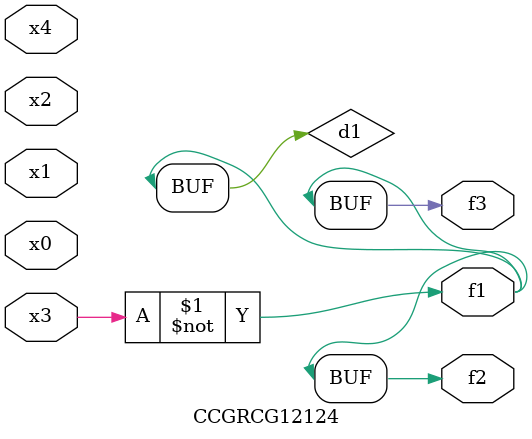
<source format=v>
module CCGRCG12124(
	input x0, x1, x2, x3, x4,
	output f1, f2, f3
);

	wire d1, d2;

	xnor (d1, x3);
	not (d2, x1);
	assign f1 = d1;
	assign f2 = d1;
	assign f3 = d1;
endmodule

</source>
